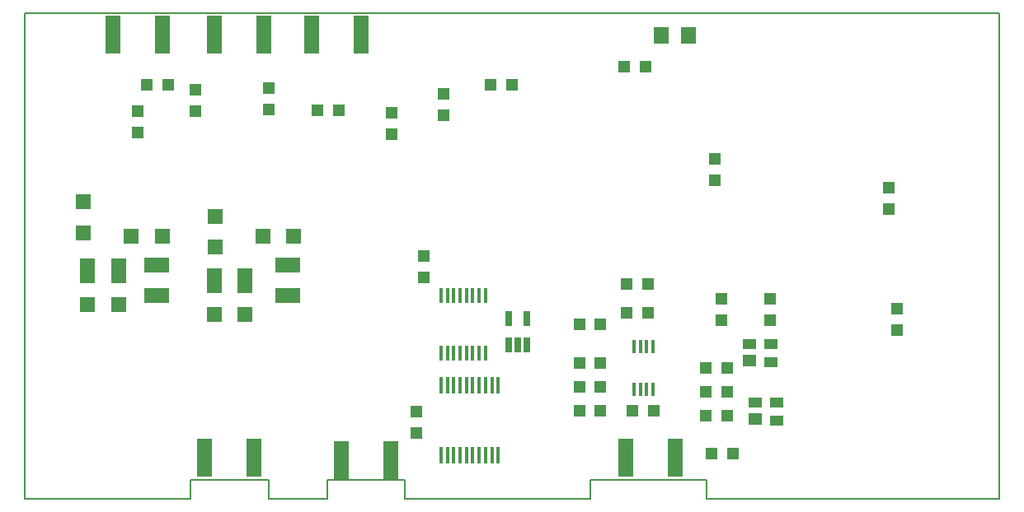
<source format=gbr>
G04 #@! TF.GenerationSoftware,KiCad,Pcbnew,(5.0.2)-1*
G04 #@! TF.CreationDate,2019-04-19T06:38:29+02:00*
G04 #@! TF.ProjectId,n2adr,6e326164-722e-46b6-9963-61645f706362,E5b8*
G04 #@! TF.SameCoordinates,PX3dfd240PY3473bc0*
G04 #@! TF.FileFunction,Paste,Bot*
G04 #@! TF.FilePolarity,Positive*
%FSLAX46Y46*%
G04 Gerber Fmt 4.6, Leading zero omitted, Abs format (unit mm)*
G04 Created by KiCad (PCBNEW (5.0.2)-1) date 19/04/2019 06:38:29*
%MOMM*%
%LPD*%
G01*
G04 APERTURE LIST*
%ADD10C,0.150000*%
%ADD11R,1.500000X4.000000*%
%ADD12R,0.450000X1.500000*%
%ADD13R,1.600000X1.600000*%
%ADD14R,1.250000X1.200000*%
%ADD15R,1.200000X1.250000*%
%ADD16R,1.600000X2.500000*%
%ADD17R,2.500000X1.600000*%
%ADD18R,1.399540X1.198880*%
%ADD19R,1.399540X1.000760*%
%ADD20R,0.450000X1.450000*%
%ADD21R,0.650000X1.560000*%
%ADD22R,1.600000X1.800000*%
%ADD23R,0.450000X1.750000*%
G04 APERTURE END LIST*
D10*
X39000000Y-50000000D02*
X58000000Y-50000000D01*
X39000000Y-48000000D02*
X39000000Y-50000000D01*
X31000000Y-48000000D02*
X39000000Y-48000000D01*
X31000000Y-50000000D02*
X31000000Y-48000000D01*
X25000000Y-50000000D02*
X31000000Y-50000000D01*
X25000000Y-48000000D02*
X25000000Y-50000000D01*
X17000000Y-48000000D02*
X25000000Y-48000000D01*
X17000000Y-50000000D02*
X17000000Y-48000000D01*
X0Y-50000000D02*
X17000000Y-50000000D01*
X58000000Y-48000000D02*
X58000000Y-50000000D01*
X70000000Y-48000000D02*
X58000000Y-48000000D01*
X70000000Y-50000000D02*
X70000000Y-48000000D01*
X100000000Y-50000000D02*
X70000000Y-50000000D01*
X0Y-50000000D02*
X0Y0D01*
X100000000Y0D02*
X100000000Y-50000000D01*
X0Y0D02*
X100000000Y0D01*
D11*
G04 #@! TO.C,CN6*
X34540000Y-2200000D03*
X29460000Y-2200000D03*
G04 #@! TD*
D12*
G04 #@! TO.C,U2*
X47275000Y-34950000D03*
X46625000Y-34950000D03*
X45975000Y-34950000D03*
X45325000Y-34950000D03*
X44675000Y-34950000D03*
X44025000Y-34950000D03*
X43375000Y-34950000D03*
X42725000Y-34950000D03*
X42725000Y-29050000D03*
X43375000Y-29050000D03*
X44025000Y-29050000D03*
X44675000Y-29050000D03*
X45325000Y-29050000D03*
X45975000Y-29050000D03*
X46625000Y-29050000D03*
X47275000Y-29050000D03*
G04 #@! TD*
D13*
G04 #@! TO.C,C44*
X24400000Y-23000000D03*
X27600000Y-23000000D03*
G04 #@! TD*
D14*
G04 #@! TO.C,C3*
X43000000Y-8300000D03*
X43000000Y-10500000D03*
G04 #@! TD*
G04 #@! TO.C,C5*
X17500000Y-7900000D03*
X17500000Y-10100000D03*
G04 #@! TD*
D15*
G04 #@! TO.C,C6*
X32200000Y-10000000D03*
X30000000Y-10000000D03*
G04 #@! TD*
G04 #@! TO.C,C11*
X72100000Y-39000000D03*
X69900000Y-39000000D03*
G04 #@! TD*
G04 #@! TO.C,C13*
X72100000Y-36500000D03*
X69900000Y-36500000D03*
G04 #@! TD*
D14*
G04 #@! TO.C,C14*
X40900000Y-25000000D03*
X40900000Y-27200000D03*
G04 #@! TD*
D15*
G04 #@! TO.C,R5*
X69900000Y-41400000D03*
X72100000Y-41400000D03*
G04 #@! TD*
D14*
G04 #@! TO.C,R8*
X71500000Y-29400000D03*
X71500000Y-31600000D03*
G04 #@! TD*
D13*
G04 #@! TO.C,C24*
X6000000Y-19400000D03*
X6000000Y-22600000D03*
G04 #@! TD*
G04 #@! TO.C,C25*
X6400000Y-30000000D03*
X9600000Y-30000000D03*
G04 #@! TD*
G04 #@! TO.C,C26*
X10900000Y-23000000D03*
X14100000Y-23000000D03*
G04 #@! TD*
D16*
G04 #@! TO.C,L7*
X6400000Y-26500000D03*
X9600000Y-26500000D03*
G04 #@! TD*
D17*
G04 #@! TO.C,L8*
X13500000Y-29100000D03*
X13500000Y-25900000D03*
G04 #@! TD*
D14*
G04 #@! TO.C,C27*
X37600000Y-12500000D03*
X37600000Y-10300000D03*
G04 #@! TD*
G04 #@! TO.C,C28*
X25000000Y-9900000D03*
X25000000Y-7700000D03*
G04 #@! TD*
G04 #@! TO.C,C29*
X70800000Y-17200000D03*
X70800000Y-15000000D03*
G04 #@! TD*
D15*
G04 #@! TO.C,C30*
X63700000Y-5500000D03*
X61500000Y-5500000D03*
G04 #@! TD*
G04 #@! TO.C,C31*
X50000000Y-7400000D03*
X47800000Y-7400000D03*
G04 #@! TD*
D13*
G04 #@! TO.C,C34*
X19500000Y-20900000D03*
X19500000Y-24100000D03*
G04 #@! TD*
G04 #@! TO.C,C39*
X19400000Y-31000000D03*
X22600000Y-31000000D03*
G04 #@! TD*
D16*
G04 #@! TO.C,L11*
X19400000Y-27500000D03*
X22600000Y-27500000D03*
G04 #@! TD*
D17*
G04 #@! TO.C,L14*
X27000000Y-29100000D03*
X27000000Y-25900000D03*
G04 #@! TD*
D14*
G04 #@! TO.C,C20*
X11600000Y-12300000D03*
X11600000Y-10100000D03*
G04 #@! TD*
D18*
G04 #@! TO.C,D1*
X75000180Y-41769620D03*
D19*
X75000180Y-40050040D03*
X77199820Y-40050040D03*
X77199820Y-41949960D03*
G04 #@! TD*
D18*
G04 #@! TO.C,D2*
X74400180Y-35769620D03*
D19*
X74400180Y-34050040D03*
X76599820Y-34050040D03*
X76599820Y-35949960D03*
G04 #@! TD*
D15*
G04 #@! TO.C,R4*
X70500000Y-45300000D03*
X72700000Y-45300000D03*
G04 #@! TD*
D14*
G04 #@! TO.C,R9*
X76500000Y-31600000D03*
X76500000Y-29400000D03*
G04 #@! TD*
D15*
G04 #@! TO.C,R10*
X61800000Y-27900000D03*
X64000000Y-27900000D03*
G04 #@! TD*
G04 #@! TO.C,R11*
X64000000Y-30800000D03*
X61800000Y-30800000D03*
G04 #@! TD*
G04 #@! TO.C,R12*
X59100000Y-32000000D03*
X56900000Y-32000000D03*
G04 #@! TD*
G04 #@! TO.C,R13*
X56900000Y-36000000D03*
X59100000Y-36000000D03*
G04 #@! TD*
G04 #@! TO.C,R14*
X64600000Y-40900000D03*
X62400000Y-40900000D03*
G04 #@! TD*
G04 #@! TO.C,R15*
X59100000Y-40900000D03*
X56900000Y-40900000D03*
G04 #@! TD*
D20*
G04 #@! TO.C,U3*
X62525000Y-34300000D03*
X63175000Y-34300000D03*
X63825000Y-34300000D03*
X64475000Y-34300000D03*
X64475000Y-38700000D03*
X63825000Y-38700000D03*
X63175000Y-38700000D03*
X62525000Y-38700000D03*
G04 #@! TD*
D14*
G04 #@! TO.C,C45*
X88700000Y-18000000D03*
X88700000Y-20200000D03*
G04 #@! TD*
G04 #@! TO.C,C46*
X89500000Y-32600000D03*
X89500000Y-30400000D03*
G04 #@! TD*
D15*
G04 #@! TO.C,C7*
X56900000Y-38500000D03*
X59100000Y-38500000D03*
G04 #@! TD*
D21*
G04 #@! TO.C,U5*
X51550000Y-34150000D03*
X50600000Y-34150000D03*
X49650000Y-34150000D03*
X49650000Y-31450000D03*
X51550000Y-31450000D03*
G04 #@! TD*
D15*
G04 #@! TO.C,C12*
X14700000Y-7400000D03*
X12500000Y-7400000D03*
G04 #@! TD*
D22*
G04 #@! TO.C,C15*
X68100000Y-2300000D03*
X65300000Y-2300000D03*
G04 #@! TD*
D14*
G04 #@! TO.C,R16*
X40200000Y-43200000D03*
X40200000Y-41000000D03*
G04 #@! TD*
D11*
G04 #@! TO.C,CN4*
X66790000Y-45750000D03*
X61710000Y-45750000D03*
G04 #@! TD*
G04 #@! TO.C,J3*
X32460000Y-46000000D03*
X37540000Y-46000000D03*
G04 #@! TD*
G04 #@! TO.C,J4*
X23540000Y-45750000D03*
X18460000Y-45750000D03*
G04 #@! TD*
D23*
G04 #@! TO.C,U1*
X48575000Y-45500000D03*
X47925000Y-45500000D03*
X47275000Y-45500000D03*
X46625000Y-45500000D03*
X45975000Y-45500000D03*
X45325000Y-45500000D03*
X44675000Y-45500000D03*
X44025000Y-45500000D03*
X43375000Y-45500000D03*
X42725000Y-45500000D03*
X42725000Y-38300000D03*
X43375000Y-38300000D03*
X44025000Y-38300000D03*
X44675000Y-38300000D03*
X45325000Y-38300000D03*
X45975000Y-38300000D03*
X46625000Y-38300000D03*
X47275000Y-38300000D03*
X47925000Y-38300000D03*
X48575000Y-38300000D03*
G04 #@! TD*
D11*
G04 #@! TO.C,CN7*
X19460000Y-2200000D03*
X24540000Y-2200000D03*
G04 #@! TD*
G04 #@! TO.C,CN8*
X9060000Y-2200000D03*
X14140000Y-2200000D03*
G04 #@! TD*
M02*

</source>
